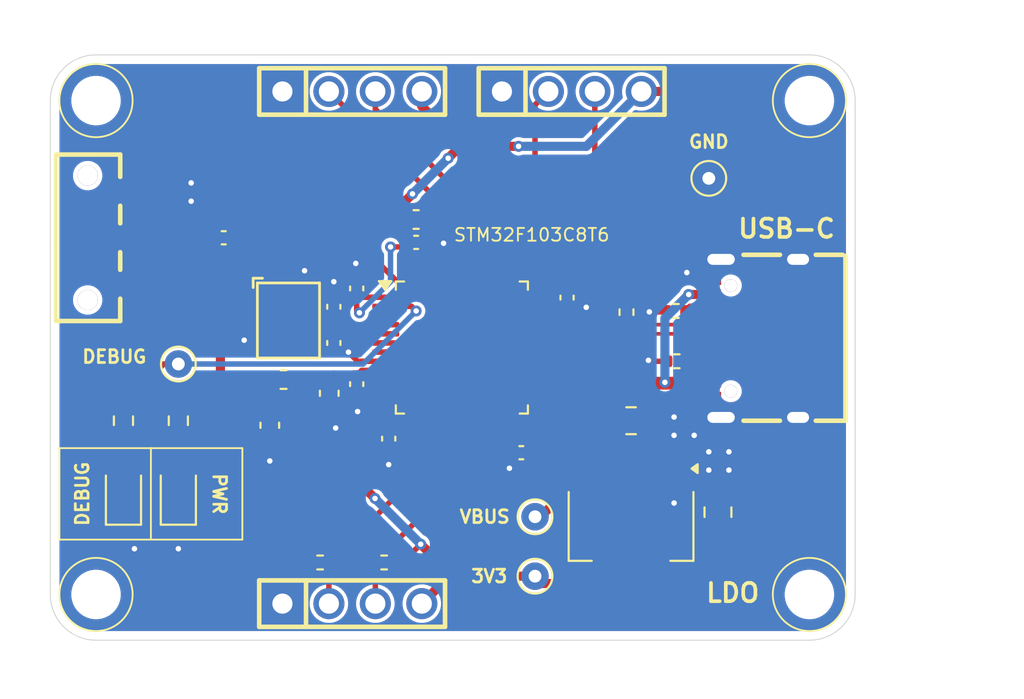
<source format=kicad_pcb>
(kicad_pcb (version 20241229) (generator "pcbnew") (generator_version "9.0")
  (layers (0 "F.Cu" signal) (2 "B.Cu" power) (13 "F.Paste" user) (15 "B.Paste" user) (5 "F.SilkS" user "F.Silkscreen") (7 "B.SilkS" user "B.Silkscreen") (1 "F.Mask" user) (3 "B.Mask" user) (25 "Edge.Cuts" user))
  (net 0 "")
  (net 1 "+3V3")
  (net 2 "GND")
  (net 3 "3V3A")
  (net 4 "/NRST")
  (net 5 "/HSE_IN")
  (net 6 "/HSE_OUT")
  (net 7 "VBUS")
  (net 8 "/PWR_LED")
  (net 9 "/DEBUG_LED")
  (net 10 "/SWDIO")
  (net 11 "/SWCLK")
  (net 12 "/USART_RX")
  (net 13 "/USART_TX")
  (net 14 "/I2C2_SDA")
  (net 15 "/I2C2_SCL")
  (net 16 "/BOOT0")
  (net 17 "/SW_BOOT0")
  (net 18 "Net-(J1-CC1)")
  (net 19 "Net-(J1-CC2)")
  (net 20 "/USB_D+")
  (net 21 "DEBUG")
  (net 24 "/USB_D-")
  (footprint "Package_QFP:LQFP-48_7x7mm_P0.5mm" (layer "F.Cu") (at 148.5 105)
    (property "Reference" "U2" (hide yes))
    (property "Value" "STM32F103C8T6")
    (pad "1" smd roundrect (at -4.1625 -2.75) (size 1.475 0.3) (layers "F.Cu" "F.Mask" "F.Paste") (net 1 "+3V3"))
    (pad "2" smd roundrect (at -4.1625 -2.25) (size 1.475 0.3) (layers "F.Cu" "F.Mask" "F.Paste") (net 21 "DEBUG"))
    (pad "3" smd roundrect (at -4.1625 -1.75) (size 1.475 0.3) (layers "F.Cu" "F.Mask" "F.Paste"))
    (pad "4" smd roundrect (at -4.1625 -1.25) (size 1.475 0.3) (layers "F.Cu" "F.Mask" "F.Paste"))
    (pad "5" smd roundrect (at -4.1625 -0.75) (size 1.475 0.3) (layers "F.Cu" "F.Mask" "F.Paste") (net 5 "/HSE_IN"))
    (pad "6" smd roundrect (at -4.1625 -0.25) (size 1.475 0.3) (layers "F.Cu" "F.Mask" "F.Paste") (net 6 "/HSE_OUT"))
    (pad "7" smd roundrect (at -4.1625 0.25) (size 1.475 0.3) (layers "F.Cu" "F.Mask" "F.Paste") (net 4 "/NRST"))
    (pad "8" smd roundrect (at -4.1625 0.75) (size 1.475 0.3) (layers "F.Cu" "F.Mask" "F.Paste") (net 2 "GND"))
    (pad "9" smd roundrect (at -4.1625 1.25) (size 1.475 0.3) (layers "F.Cu" "F.Mask" "F.Paste") (net 3 "3V3A"))
    (pad "10" smd roundrect (at -4.1625 1.75) (size 1.475 0.3) (layers "F.Cu" "F.Mask" "F.Paste"))
    (pad "11" smd roundrect (at -4.1625 2.25) (size 1.475 0.3) (layers "F.Cu" "F.Mask" "F.Paste"))
    (pad "12" smd roundrect (at -4.1625 2.75) (size 1.475 0.3) (layers "F.Cu" "F.Mask" "F.Paste"))
    (pad "13" smd roundrect (at -2.75 4.1625) (size 0.3 1.475) (layers "F.Cu" "F.Mask" "F.Paste"))
    (pad "14" smd roundrect (at -2.25 4.1625) (size 0.3 1.475) (layers "F.Cu" "F.Mask" "F.Paste"))
    (pad "15" smd roundrect (at -1.75 4.1625) (size 0.3 1.475) (layers "F.Cu" "F.Mask" "F.Paste"))
    (pad "16" smd roundrect (at -1.25 4.1625) (size 0.3 1.475) (layers "F.Cu" "F.Mask" "F.Paste"))
    (pad "17" smd roundrect (at -0.75 4.1625) (size 0.3 1.475) (layers "F.Cu" "F.Mask" "F.Paste"))
    (pad "18" smd roundrect (at -0.25 4.1625) (size 0.3 1.475) (layers "F.Cu" "F.Mask" "F.Paste"))
    (pad "19" smd roundrect (at 0.25 4.1625) (size 0.3 1.475) (layers "F.Cu" "F.Mask" "F.Paste"))
    (pad "20" smd roundrect (at 0.75 4.1625) (size 0.3 1.475) (layers "F.Cu" "F.Mask" "F.Paste"))
    (pad "21" smd roundrect (at 1.25 4.1625) (size 0.3 1.475) (layers "F.Cu" "F.Mask" "F.Paste") (net 15 "/I2C2_SCL"))
    (pad "22" smd roundrect (at 1.75 4.1625) (size 0.3 1.475) (layers "F.Cu" "F.Mask" "F.Paste") (net 14 "/I2C2_SDA"))
    (pad "23" smd roundrect (at 2.25 4.1625) (size 0.3 1.475) (layers "F.Cu" "F.Mask" "F.Paste") (net 2 "GND"))
    (pad "24" smd roundrect (at 2.75 4.1625) (size 0.3 1.475) (layers "F.Cu" "F.Mask" "F.Paste") (net 1 "+3V3"))
    (pad "25" smd roundrect (at 4.1625 2.75) (size 1.475 0.3) (layers "F.Cu" "F.Mask" "F.Paste"))
    (pad "26" smd roundrect (at 4.1625 2.25) (size 1.475 0.3) (layers "F.Cu" "F.Mask" "F.Paste"))
    (pad "27" smd roundrect (at 4.1625 1.75) (size 1.475 0.3) (layers "F.Cu" "F.Mask" "F.Paste"))
    (pad "28" smd roundrect (at 4.1625 1.25) (size 1.475 0.3) (layers "F.Cu" "F.Mask" "F.Paste"))
    (pad "29" smd roundrect (at 4.1625 0.75) (size 1.475 0.3) (layers "F.Cu" "F.Mask" "F.Paste"))
    (pad "30" smd roundrect (at 4.1625 0.25) (size 1.475 0.3) (layers "F.Cu" "F.Mask" "F.Paste"))
    (pad "31" smd roundrect (at 4.1625 -0.25) (size 1.475 0.3) (layers "F.Cu" "F.Mask" "F.Paste"))
    (pad "32" smd roundrect (at 4.1625 -0.75) (size 1.475 0.3) (layers "F.Cu" "F.Mask" "F.Paste") (net 24 "/USB_D-"))
    (pad "33" smd roundrect (at 4.1625 -1.25) (size 1.475 0.3) (layers "F.Cu" "F.Mask" "F.Paste") (net 20 "/USB_D+"))
    (pad "34" smd roundrect (at 4.1625 -1.75) (size 1.475 0.3) (layers "F.Cu" "F.Mask" "F.Paste") (net 10 "/SWDIO"))
    (pad "35" smd roundrect (at 4.1625 -2.25) (size 1.475 0.3) (layers "F.Cu" "F.Mask" "F.Paste") (net 2 "GND"))
    (pad "36" smd roundrect (at 4.1625 -2.75) (size 1.475 0.3) (layers "F.Cu" "F.Mask" "F.Paste") (net 1 "+3V3"))
    (pad "37" smd roundrect (at 2.75 -4.1625) (size 0.3 1.475) (layers "F.Cu" "F.Mask" "F.Paste") (net 11 "/SWCLK"))
    (pad "38" smd roundrect (at 2.25 -4.1625) (size 0.3 1.475) (layers "F.Cu" "F.Mask" "F.Paste"))
    (pad "39" smd roundrect (at 1.75 -4.1625) (size 0.3 1.475) (layers "F.Cu" "F.Mask" "F.Paste"))
    (pad "40" smd roundrect (at 1.25 -4.1625) (size 0.3 1.475) (layers "F.Cu" "F.Mask" "F.Paste"))
    (pad "41" smd roundrect (at 0.75 -4.1625) (size 0.3 1.475) (layers "F.Cu" "F.Mask" "F.Paste"))
    (pad "42" smd roundrect (at 0.25 -4.1625) (size 0.3 1.475) (layers "F.Cu" "F.Mask" "F.Paste") (net 13 "/USART_TX"))
    (pad "43" smd roundrect (at -0.25 -4.1625) (size 0.3 1.475) (layers "F.Cu" "F.Mask" "F.Paste") (net 12 "/USART_RX"))
    (pad "44" smd roundrect (at -0.75 -4.1625) (size 0.3 1.475) (layers "F.Cu" "F.Mask" "F.Paste") (net 16 "/BOOT0"))
    (pad "45" smd roundrect (at -1.25 -4.1625) (size 0.3 1.475) (layers "F.Cu" "F.Mask" "F.Paste"))
    (pad "46" smd roundrect (at -1.75 -4.1625) (size 0.3 1.475) (layers "F.Cu" "F.Mask" "F.Paste"))
    (pad "47" smd roundrect (at -2.25 -4.1625) (size 0.3 1.475) (layers "F.Cu" "F.Mask" "F.Paste") (net 2 "GND"))
    (pad "48" smd roundrect (at -2.75 -4.1625) (size 0.3 1.475) (layers "F.Cu" "F.Mask" "F.Paste") (net 1 "+3V3"))
  )
  (footprint "Capacitor_SMD:C_0402_1005Metric" (layer "F.Cu") (at 146 99.25)
    (property "Reference" "C3" (hide yes))
    (property "Value" "100n")
    (pad "1" smd roundrect (at -0.48 0) (size 0.56 0.62) (layers "F.Cu" "F.Mask" "F.Paste") (net 1 "+3V3"))
    (pad "2" smd roundrect (at 0.48 0) (size 0.56 0.62) (layers "F.Cu" "F.Mask" "F.Paste") (net 2 "GND"))
  )
  (footprint "MountingHole:MountingHole_2.2mm_M2" (layer "F.Cu") (at 167.5 91.5)
    (property "Reference" "H2" (hide yes))
    (property "Value" "MountingHole")
    (pad "" np_thru_hole circle (at 0 0) (size 2.2 2.2) (drill 2.2) (layers "*.Cu" "*.Mask"))
  )
  (footprint "MountingHole:MountingHole_2.2mm_M2" (layer "F.Cu") (at 128.5 118.5)
    (property "Reference" "H4" (hide yes))
    (property "Value" "MountingHole")
    (pad "" np_thru_hole circle (at 0 0) (size 2.2 2.2) (drill 2.2) (layers "*.Cu" "*.Mask"))
  )
  (footprint "TestPoint:TestPoint_THTPad_D1.5mm_Drill0.7mm" (layer "F.Cu") (at 162 95.75)
    (property "Reference" "TP4" (hide yes))
    (property "Value" "TestPoint")
    (pad "1" thru_hole circle (at 0 0) (size 1.5 1.5) (drill 0.7) (layers "*.Cu" "*.Mask") (net 2 "GND"))
  )
  (footprint "Resistor_SMD:R_0402_1005Metric" (layer "F.Cu") (at 160.25 105.75)
    (property "Reference" "R2" (hide yes))
    (property "Value" "5k1")
    (pad "1" smd roundrect (at -0.51 0) (size 0.54 0.64) (layers "F.Cu" "F.Mask" "F.Paste") (net 2 "GND"))
    (pad "2" smd roundrect (at 0.51 0) (size 0.54 0.64) (layers "F.Cu" "F.Mask" "F.Paste") (net 18 "Net-(J1-CC1)"))
  )
  (footprint "Capacitor_SMD:C_0402_1005Metric" (layer "F.Cu") (at 142.75 107 -90)
    (property "Reference" "C6" (hide yes))
    (property "Value" "10n")
    (pad "1" smd roundrect (at -0.48 0 270) (size 0.56 0.62) (layers "F.Cu" "F.Mask" "F.Paste") (net 3 "3V3A"))
    (pad "2" smd roundrect (at 0.48 0 270) (size 0.56 0.62) (layers "F.Cu" "F.Mask" "F.Paste") (net 2 "GND"))
  )
  (footprint "LED_SMD:LED_0805_2012Metric" (layer "F.Cu") (at 130 113 90)
    (property "Reference" "D2" (hide yes))
    (property "Value" "YELLOW")
    (pad "1" smd roundrect (at -0.9375 0 90) (size 0.975 1.4) (layers "F.Cu" "F.Mask" "F.Paste") (net 2 "GND"))
    (pad "2" smd roundrect (at 0.9375 0 90) (size 0.975 1.4) (layers "F.Cu" "F.Mask" "F.Paste") (net 9 "/DEBUG_LED"))
  )
  (footprint "Capacitor_SMD:C_0603_1608Metric" (layer "F.Cu") (at 141.25 107.5 -90)
    (property "Reference" "C7" (hide yes))
    (property "Value" "1u")
    (pad "1" smd roundrect (at -0.775 0 270) (size 0.9 0.95) (layers "F.Cu" "F.Mask" "F.Paste") (net 3 "3V3A"))
    (pad "2" smd roundrect (at 0.775 0 270) (size 0.9 0.95) (layers "F.Cu" "F.Mask" "F.Paste") (net 2 "GND"))
  )
  (footprint "Resistor_SMD:R_0402_1005Metric" (layer "F.Cu") (at 144.25 116.75)
    (property "Reference" "R7" (hide yes))
    (property "Value" "1k5")
    (pad "1" smd roundrect (at -0.51 0) (size 0.54 0.64) (layers "F.Cu" "F.Mask" "F.Paste") (net 14 "/I2C2_SDA"))
    (pad "2" smd roundrect (at 0.51 0) (size 0.54 0.64) (layers "F.Cu" "F.Mask" "F.Paste") (net 1 "+3V3"))
  )
  (footprint "Package_TO_SOT_SMD:SOT-223-3_TabPin2" (layer "F.Cu") (at 157.75 114.75 -90)
    (property "Reference" "U1" (hide yes))
    (property "Value" "AMS1117-3.3")
    (pad "1" smd roundrect (at -3.15 -2.3 270) (size 2 1.5) (layers "F.Cu" "F.Mask" "F.Paste") (net 2 "GND"))
    (pad "2" smd roundrect (at -3.15 0 270) (size 2 1.5) (layers "F.Cu" "F.Mask" "F.Paste") (net 1 "+3V3"))
    (pad "2" smd roundrect (at 3.15 0 270) (size 2 3.8) (layers "F.Cu" "F.Mask" "F.Paste") (net 1 "+3V3"))
    (pad "3" smd roundrect (at -3.15 2.3 270) (size 2 1.5) (layers "F.Cu" "F.Mask" "F.Paste") (net 7 "VBUS"))
  )
  (footprint "libs:HDR-TH_4P-P2.54-V-M" (layer "F.Cu") (at 154.5 91)
    (property "Reference" "J2" (hide yes))
    (property "Value" "Conn_01x04_Pin")
    (pad "1" thru_hole rect (at -3.81 0) (size 1.7 1.7) (drill 1.100023) (layers "*.Cu" "*.Mask") (net 2 "GND"))
    (pad "2" thru_hole circle (at -1.27 0) (size 1.7 1.7) (drill 1.100023) (layers "*.Cu" "*.Mask") (net 11 "/SWCLK"))
    (pad "3" thru_hole circle (at 1.27 0) (size 1.7 1.7) (drill 1.100023) (layers "*.Cu" "*.Mask") (net 10 "/SWDIO"))
    (pad "4" thru_hole circle (at 3.81 0) (size 1.7 1.7) (drill 1.100023) (layers "*.Cu" "*.Mask") (net 1 "+3V3"))
  )
  (footprint "libs:HDR-TH_4P-P2.54-V-M" (layer "F.Cu") (at 142.5 119)
    (property "Reference" "J4" (hide yes))
    (property "Value" "Conn_01x04_Pin")
    (pad "1" thru_hole rect (at -3.81 0) (size 1.7 1.7) (drill 1.100023) (layers "*.Cu" "*.Mask") (net 2 "GND"))
    (pad "2" thru_hole circle (at -1.27 0) (size 1.7 1.7) (drill 1.100023) (layers "*.Cu" "*.Mask") (net 15 "/I2C2_SCL"))
    (pad "3" thru_hole circle (at 1.27 0) (size 1.7 1.7) (drill 1.100023) (layers "*.Cu" "*.Mask") (net 14 "/I2C2_SDA"))
    (pad "4" thru_hole circle (at 3.81 0) (size 1.7 1.7) (drill 1.100023) (layers "*.Cu" "*.Mask") (net 1 "+3V3"))
  )
  (footprint "Capacitor_SMD:C_0402_1005Metric" (layer "F.Cu") (at 151.75 110.75 180)
    (property "Reference" "C2" (hide yes))
    (property "Value" "100n")
    (pad "1" smd roundrect (at -0.48 0 180) (size 0.56 0.62) (layers "F.Cu" "F.Mask" "F.Paste") (net 1 "+3V3"))
    (pad "2" smd roundrect (at 0.48 0 180) (size 0.56 0.62) (layers "F.Cu" "F.Mask" "F.Paste") (net 2 "GND"))
  )
  (footprint "Resistor_SMD:R_0603_1608Metric" (layer "F.Cu") (at 133 109 -90)
    (property "Reference" "R5" (hide yes))
    (property "Value" "470R")
    (pad "1" smd roundrect (at -0.825 0 270) (size 0.8 0.95) (layers "F.Cu" "F.Mask" "F.Paste") (net 1 "+3V3"))
    (pad "2" smd roundrect (at 0.825 0 270) (size 0.8 0.95) (layers "F.Cu" "F.Mask" "F.Paste") (net 8 "/PWR_LED"))
  )
  (footprint "Capacitor_SMD:C_0603_1608Metric" (layer "F.Cu") (at 138 109.25 -90)
    (property "Reference" "C8" (hide yes))
    (property "Value" "1u")
    (pad "1" smd roundrect (at -0.775 0 270) (size 0.9 0.95) (layers "F.Cu" "F.Mask" "F.Paste") (net 1 "+3V3"))
    (pad "2" smd roundrect (at 0.775 0 270) (size 0.9 0.95) (layers "F.Cu" "F.Mask" "F.Paste") (net 2 "GND"))
  )
  (footprint "Capacitor_SMD:C_0402_1005Metric" (layer "F.Cu") (at 141.5 104.75 -90)
    (property "Reference" "C11" (hide yes))
    (property "Value" "10p")
    (pad "1" smd roundrect (at -0.48 0 270) (size 0.56 0.62) (layers "F.Cu" "F.Mask" "F.Paste") (net 6 "/HSE_OUT"))
    (pad "2" smd roundrect (at 0.48 0 270) (size 0.56 0.62) (layers "F.Cu" "F.Mask" "F.Paste") (net 2 "GND"))
  )
  (footprint "Capacitor_SMD:C_0603_1608Metric" (layer "F.Cu") (at 146 98)
    (property "Reference" "C5" (hide yes))
    (property "Value" "10u")
    (pad "1" smd roundrect (at -0.775 0) (size 0.9 0.95) (layers "F.Cu" "F.Mask" "F.Paste") (net 1 "+3V3"))
    (pad "2" smd roundrect (at 0.775 0) (size 0.9 0.95) (layers "F.Cu" "F.Mask" "F.Paste") (net 2 "GND"))
  )
  (footprint "Capacitor_SMD:C_0805_2012Metric" (layer "F.Cu") (at 157.75 109)
    (property "Reference" "C12" (hide yes))
    (property "Value" "22u")
    (pad "1" smd roundrect (at -0.95 0) (size 1 1.45) (layers "F.Cu" "F.Mask" "F.Paste") (net 7 "VBUS"))
    (pad "2" smd roundrect (at 0.95 0) (size 1 1.45) (layers "F.Cu" "F.Mask" "F.Paste") (net 2 "GND"))
  )
  (footprint "Resistor_SMD:R_0402_1005Metric" (layer "F.Cu") (at 157.5 103.065 90)
    (property "Reference" "R4" (hide yes))
    (property "Value" "1k5")
    (pad "1" smd roundrect (at -0.51 0 90) (size 0.54 0.64) (layers "F.Cu" "F.Mask" "F.Paste") (net 20 "/USB_D+"))
    (pad "2" smd roundrect (at 0.51 0 90) (size 0.54 0.64) (layers "F.Cu" "F.Mask" "F.Paste") (net 1 "+3V3"))
  )
  (footprint "Capacitor_SMD:C_0805_2012Metric" (layer "F.Cu") (at 162.5 114 90)
    (property "Reference" "C13" (hide yes))
    (property "Value" "22u")
    (pad "1" smd roundrect (at -0.95 0 90) (size 1 1.45) (layers "F.Cu" "F.Mask" "F.Paste") (net 1 "+3V3"))
    (pad "2" smd roundrect (at 0.95 0 90) (size 1 1.45) (layers "F.Cu" "F.Mask" "F.Paste") (net 2 "GND"))
  )
  (footprint "TestPoint:TestPoint_THTPad_D1.5mm_Drill0.7mm" (layer "F.Cu") (at 152.5 117.5)
    (property "Reference" "TP2" (hide yes))
    (property "Value" "TestPoint")
    (pad "1" thru_hole circle (at 0 0) (size 1.5 1.5) (drill 0.7) (layers "*.Cu" "*.Mask") (net 1 "+3V3"))
  )
  (footprint "libs:SW-SMD_K3-1280S-K1" (layer "F.Cu") (at 131.4525 99 180)
    (property "Reference" "SW1" (hide yes))
    (property "Value" "SW_SPDT")
    (pad "" thru_hole circle (at 3.41 -3.4 180) (size 1.1 1.1) (drill 1.1) (layers "*.Cu" "*.Mask"))
    (pad "" thru_hole circle (at 3.41 3.4 180) (size 1.1 1.1) (drill 1.1) (layers "*.Cu" "*.Mask"))
    (pad "1" smd rect (at 0 -2.5 180) (size 2.7 1.2) (layers "F.Cu" "F.Mask" "F.Paste") (net 1 "+3V3"))
    (pad "2" smd rect (at 0 0 180) (size 2.7 1.2) (layers "F.Cu" "F.Mask" "F.Paste") (net 17 "/SW_BOOT0"))
    (pad "3" smd rect (at 0 2.5 180) (size 2.7 1.2) (layers "F.Cu" "F.Mask" "F.Paste") (net 2 "GND"))
  )
  (footprint "MountingHole:MountingHole_2.2mm_M2" (layer "F.Cu") (at 167.5 118.5)
    (property "Reference" "H3" (hide yes))
    (property "Value" "MountingHole")
    (pad "" np_thru_hole circle (at 0 0) (size 2.2 2.2) (drill 2.2) (layers "*.Cu" "*.Mask"))
  )
  (footprint "Capacitor_SMD:C_0402_1005Metric" (layer "F.Cu") (at 144.5 109.98 -90)
    (property "Reference" "C9" (hide yes))
    (property "Value" "100n")
    (pad "1" smd roundrect (at -0.48 0 270) (size 0.56 0.62) (layers "F.Cu" "F.Mask" "F.Paste") (net 4 "/NRST"))
    (pad "2" smd roundrect (at 0.48 0 270) (size 0.56 0.62) (layers "F.Cu" "F.Mask" "F.Paste") (net 2 "GND"))
  )
  (footprint "Resistor_SMD:R_0402_1005Metric" (layer "F.Cu") (at 140.75 116.75 180)
    (property "Reference" "R8" (hide yes))
    (property "Value" "1k5")
    (pad "1" smd roundrect (at -0.51 0 180) (size 0.54 0.64) (layers "F.Cu" "F.Mask" "F.Paste") (net 15 "/I2C2_SCL"))
    (pad "2" smd roundrect (at 0.51 0 180) (size 0.54 0.64) (layers "F.Cu" "F.Mask" "F.Paste") (net 1 "+3V3"))
  )
  (footprint "Resistor_SMD:R_0603_1608Metric" (layer "F.Cu") (at 130 109 -90)
    (property "Reference" "R6" (hide yes))
    (property "Value" "1k")
    (pad "1" smd roundrect (at -0.825 0 270) (size 0.8 0.95) (layers "F.Cu" "F.Mask" "F.Paste") (net 21 "DEBUG"))
    (pad "2" smd roundrect (at 0.825 0 270) (size 0.8 0.95) (layers "F.Cu" "F.Mask" "F.Paste") (net 9 "/DEBUG_LED"))
  )
  (footprint "Capacitor_SMD:C_0402_1005Metric" (layer "F.Cu") (at 154.25 102.27 -90)
    (property "Reference" "C1" (hide yes))
    (property "Value" "100n")
    (pad "1" smd roundrect (at -0.48 0 270) (size 0.56 0.62) (layers "F.Cu" "F.Mask" "F.Paste") (net 1 "+3V3"))
    (pad "2" smd roundrect (at 0.48 0 270) (size 0.56 0.62) (layers "F.Cu" "F.Mask" "F.Paste") (net 2 "GND"))
  )
  (footprint "Resistor_SMD:R_0402_1005Metric" (layer "F.Cu") (at 160.2 103)
    (property "Reference" "R3" (hide yes))
    (property "Value" "5k1")
    (pad "1" smd roundrect (at -0.51 0) (size 0.54 0.64) (layers "F.Cu" "F.Mask" "F.Paste") (net 2 "GND"))
    (pad "2" smd roundrect (at 0.51 0) (size 0.54 0.64) (layers "F.Cu" "F.Mask" "F.Paste") (net 19 "Net-(J1-CC2)"))
  )
  (footprint "Capacitor_SMD:C_0402_1005Metric" (layer "F.Cu") (at 142.75 101.77 90)
    (property "Reference" "C4" (hide yes))
    (property "Value" "100n")
    (pad "1" smd roundrect (at -0.48 0 90) (size 0.56 0.62) (layers "F.Cu" "F.Mask" "F.Paste") (net 1 "+3V3"))
    (pad "2" smd roundrect (at 0.48 0 90) (size 0.56 0.62) (layers "F.Cu" "F.Mask" "F.Paste") (net 2 "GND"))
  )
  (footprint "libs:USB-C-SMD_TYPE-C-6PIN-2MD-073" (layer "F.Cu") (at 164.5 104.5 90)
    (property "Reference" "J1" (hide yes))
    (property "Value" "USB_C_Receptacle_USB2.0_16P" (hide yes))
    (pad "" thru_hole circle (at -2.89 -1.3 90) (size 0.7 0.7) (drill 0.7) (layers "*.Cu" "*.Mask"))
    (pad "" thru_hole circle (at 2.89 -1.3 90) (size 0.7 0.7) (drill 0.7) (layers "*.Cu" "*.Mask"))
    (pad "A1" smd rect (at -3.2 -2.38 90) (size 0.55 1.1) (layers "F.Cu" "F.Mask" "F.Paste") (net 2 "GND"))
    (pad "A4" smd rect (at -2.4 -2.38 90) (size 0.55 1.1) (layers "F.Cu" "F.Mask" "F.Paste") (net 7 "VBUS"))
    (pad "A5" smd rect (at -1.25 -2.38 90) (size 0.3 1.1) (layers "F.Cu" "F.Mask" "F.Paste") (net 18 "Net-(J1-CC1)"))
    (pad "A6" smd rect (at -0.25 -2.38 90) (size 0.3 1.1) (layers "F.Cu" "F.Mask" "F.Paste") (net 20 "/USB_D+"))
    (pad "A7" smd rect (at -0.75 -2.38 90) (size 0.3 1.1) (layers "F.Cu" "F.Mask" "F.Paste") (net 24 "/USB_D-"))
    (pad "A8" smd rect (at 1.25 -2.38 90) (size 0.3 1.1) (layers "F.Cu" "F.Mask" "F.Paste"))
    (pad "A9" smd rect (at -2.4 -2.38 90) (size 0.55 1.1) (layers "F.Cu" "F.Mask" "F.Paste") (net 7 "VBUS"))
    (pad "A12" smd rect (at -3.2 -2.38 90) (size 0.55 1.1) (layers "F.Cu" "F.Mask" "F.Paste") (net 2 "GND"))
    (pad "B1" smd rect (at 3.2 -2.38 90) (size 0.55 1.1) (layers "F.Cu" "F.Mask" "F.Paste") (net 2 "GND"))
    (pad "B4" smd rect (at 2.4 -2.38 90) (size 0.55 1.1) (layers "F.Cu" "F.Mask" "F.Paste") (net 7 "VBUS"))
    (pad "B5" smd rect (at 1.75 -2.38 90) (size 0.3 1.1) (layers "F.Cu" "F.Mask" "F.Paste") (net 19 "Net-(J1-CC2)"))
    (pad "B6" smd rect (at 0.75 -2.38 90) (size 0.3 1.1) (layers "F.Cu" "F.Mask" "F.Paste") (net 20 "/USB_D+"))
    (pad "B7" smd rect (at 0.25 -2.38 90) (size 0.3 1.1) (layers "F.Cu" "F.Mask" "F.Paste") (net 24 "/USB_D-"))
    (pad "B8" smd rect (at -1.75 -2.38 90) (size 0.3 1.1) (layers "F.Cu" "F.Mask" "F.Paste"))
    (pad "B9" smd rect (at 2.4 -2.38 90) (size 0.55 1.1) (layers "F.Cu" "F.Mask" "F.Paste") (net 7 "VBUS"))
    (pad "B12" smd rect (at 3.2 -2.38 90) (size 0.55 1.1) (layers "F.Cu" "F.Mask" "F.Paste") (net 2 "GND"))
    (pad "S1" thru_hole oval (at -4.32 -1.83 90) (size 1.1 2) (drill oval 0.599999 1.499997) (layers "*.Cu" "*.Mask") (net 2 "GND"))
    (pad "S1" thru_hole oval (at -4.32 2.38 90) (size 1.2 1.8) (drill oval 0.599999 1.199998) (layers "*.Cu" "*.Mask") (net 2 "GND"))
    (pad "S1" thru_hole oval (at 4.32 -1.83 90) (size 1.1 2) (drill oval 0.599999 1.500022) (layers "*.Cu" "*.Mask") (net 2 "GND"))
    (pad "S1" thru_hole oval (at 4.32 2.38 90) (size 1.2 1.8) (drill oval 0.599999 1.199998) (layers "*.Cu" "*.Mask") (net 2 "GND"))
  )
  (footprint "MountingHole:MountingHole_2.2mm_M2" (layer "F.Cu") (at 128.5 91.5)
    (property "Reference" "H1" (hide yes))
    (property "Value" "MountingHole")
    (pad "" np_thru_hole circle (at 0 0) (size 2.2 2.2) (drill 2.2) (layers "*.Cu" "*.Mask"))
  )
  (footprint "TestPoint:TestPoint_THTPad_D1.5mm_Drill0.7mm" (layer "F.Cu") (at 133 105.9)
    (property "Reference" "TP1" (hide yes))
    (property "Value" "TestPoint")
    (pad "1" thru_hole circle (at 0 0) (size 1.5 1.5) (drill 0.7) (layers "*.Cu" "*.Mask") (net 21 "DEBUG"))
  )
  (footprint "Capacitor_SMD:C_0402_1005Metric" (layer "F.Cu") (at 135.48 99)
    (property "Reference" "R1" (hide yes))
    (property "Value" "10k")
    (pad "1" smd roundrect (at -0.48 0) (size 0.56 0.62) (layers "F.Cu" "F.Mask" "F.Paste") (net 17 "/SW_BOOT0"))
    (pad "2" smd roundrect (at 0.48 0) (size 0.56 0.62) (layers "F.Cu" "F.Mask" "F.Paste") (net 16 "/BOOT0"))
  )
  (footprint "LED_SMD:LED_0805_2012Metric" (layer "F.Cu") (at 133 113 90)
    (property "Reference" "D1" (hide yes))
    (property "Value" "GREEN")
    (pad "1" smd roundrect (at -0.9375 0 90) (size 0.975 1.4) (layers "F.Cu" "F.Mask" "F.Paste") (net 2 "GND"))
    (pad "2" smd roundrect (at 0.9375 0 90) (size 0.975 1.4) (layers "F.Cu" "F.Mask" "F.Paste") (net 8 "/PWR_LED"))
  )
  (footprint "TestPoint:TestPoint_THTPad_D1.5mm_Drill0.7mm" (layer "F.Cu") (at 152.5 114.25)
    (property "Reference" "TP3" (hide yes))
    (property "Value" "TestPoint")
    (pad "1" thru_hole circle (at 0 0) (size 1.5 1.5) (drill 0.7) (layers "*.Cu" "*.Mask") (net 7 "VBUS"))
  )
  (footprint "libs:OSC-SMD_4P-L3.2-W2.5-BL" (layer "F.Cu") (at 139 103.5 -90)
    (property "Reference" "Y1" (hide yes))
    (property "Value" "16MHz")
    (pad "1" smd rect (at -1.1 0.88 270) (size 1.4 1.2) (layers "F.Cu" "F.Mask" "F.Paste") (net 5 "/HSE_IN"))
    (pad "2" smd rect (at 1.1 0.88 270) (size 1.4 1.2) (layers "F.Cu" "F.Mask" "F.Paste") (net 2 "GND"))
    (pad "3" smd rect (at 1.1 -0.88 270) (size 1.4 1.2) (layers "F.Cu" "F.Mask" "F.Paste") (net 6 "/HSE_OUT"))
    (pad "4" smd rect (at -1.1 -0.88 270) (size 1.4 1.2) (layers "F.Cu" "F.Mask" "F.Paste") (net 2 "GND"))
  )
  (footprint "Capacitor_SMD:C_0402_1005Metric" (layer "F.Cu") (at 141.5 102.77 90)
    (property "Reference" "C10" (hide yes))
    (property "Value" "10p")
    (pad "1" smd roundrect (at -0.48 0 90) (size 0.56 0.62) (layers "F.Cu" "F.Mask" "F.Paste") (net 5 "/HSE_IN"))
    (pad "2" smd roundrect (at 0.48 0 90) (size 0.56 0.62) (layers "F.Cu" "F.Mask" "F.Paste") (net 2 "GND"))
  )
  (footprint "libs:HDR-TH_4P-P2.54-V-M" (layer "F.Cu") (at 142.5 91)
    (property "Reference" "J3" (hide yes))
    (property "Value" "Conn_01x04_Pin")
    (pad "1" thru_hole rect (at -3.81 0) (size 1.7 1.7) (drill 1.100023) (layers "*.Cu" "*.Mask") (net 2 "GND"))
    (pad "2" thru_hole circle (at -1.27 0) (size 1.7 1.7) (drill 1.100023) (layers "*.Cu" "*.Mask") (net 12 "/USART_RX"))
    (pad "3" thru_hole circle (at 1.27 0) (size 1.7 1.7) (drill 1.100023) (layers "*.Cu" "*.Mask") (net 13 "/USART_TX"))
    (pad "4" thru_hole circle (at 3.81 0) (size 1.7 1.7) (drill 1.100023) (layers "*.Cu" "*.Mask") (net 1 "+3V3"))
  )
  (footprint "Inductor_SMD:L_0603_1608Metric" (layer "F.Cu") (at 138.75 106.75 180)
    (property "Reference" "FB1" (hide yes))
    (property "Value" "120R @ 100MHz" (hide yes))
    (pad "1" smd roundrect (at -0.7875 0 180) (size 0.875 0.95) (layers "F.Cu" "F.Mask" "F.Paste") (net 3 "3V3A"))
    (pad "2" smd roundrect (at 0.7875 0 180) (size 0.875 0.95) (layers "F.Cu" "F.Mask" "F.Paste") (net 1 "+3V3"))
  )
  (gr_line (start 126.5 115.5) (end 131.5 115.5) (stroke (width 0.1)) (layer "F.SilkS"))
  (gr_line (start 131.5 110.5) (end 136.5 110.5) (stroke (width 0.1)) (layer "F.SilkS"))
  (gr_circle (center 167.5 91.5) (end 169.5 91.5) (stroke (width 0.1)) (fill no) (layer "F.SilkS"))
  (gr_line (start 131.5 115.5) (end 136.5 115.5) (stroke (width 0.1)) (layer "F.SilkS"))
  (gr_circle (center 128.5 91.5) (end 130.5 91.5) (stroke (width 0.1)) (fill no) (layer "F.SilkS"))
  (gr_circle (center 167.5 118.5) (end 169.5 118.5) (stroke (width 0.1)) (fill no) (layer "F.SilkS"))
  (gr_line (start 136.5 110.5) (end 136.5 115.5) (stroke (width 0.1)) (layer "F.SilkS"))
  (gr_line (start 131.5 110.5) (end 131.5 115.5) (stroke (width 0.1)) (layer "F.SilkS"))
  (gr_circle (center 128.5 118.5) (end 130.5 118.5) (stroke (width 0.1)) (fill no) (layer "F.SilkS"))
  (gr_line (start 126.5 110.5) (end 126.5 115.5) (stroke (width 0.1)) (layer "F.SilkS"))
  (gr_line (start 126.5 110.5) (end 131.5 110.5) (stroke (width 0.1)) (layer "F.SilkS"))
  (gr_arc (start 126 91.5) (mid 126.732233 89.732233) (end 128.5 89) (stroke (width 0.05)) (layer "Edge.Cuts"))
  (gr_line (start 167.5 89) (end 128.5 89) (stroke (width 0.05)) (layer "Edge.Cuts"))
  (gr_arc (start 170 118.5) (mid 169.267767 120.267767) (end 167.5 121) (stroke (width 0.05)) (layer "Edge.Cuts"))
  (gr_line (start 126 91.5) (end 126 118.5) (stroke (width 0.05)) (layer "Edge.Cuts"))
  (gr_line (start 170 118.5) (end 170 91.5) (stroke (width 0.05)) (layer "Edge.Cuts"))
  (gr_arc (start 128.5 121) (mid 126.732233 120.267767) (end 126 118.5) (stroke (width 0.05)) (layer "Edge.Cuts"))
  (gr_line (start 128.5 121) (end 167.5 121) (stroke (width 0.05)) (layer "Edge.Cuts"))
  (gr_arc (start 167.5 89) (mid 169.267767 89.732233) (end 170 91.5) (stroke (width 0.05)) (layer "Edge.Cuts"))
  (gr_text "VBUS" (at 149.75 114.25 0) (layer "F.SilkS") (effects (font (size 0.7 0.7) (thickness 0.15) (bold yes))))
  (gr_text "PWR" (at 135.25 113 270) (layer "F.SilkS") (effects (font (size 0.7 0.7) (thickness 0.15) (bold yes))))
  (gr_text "GND" (at 162 93.75 0) (layer "F.SilkS") (effects (font (size 0.7 0.7) (thickness 0.15) (bold yes))))
  (gr_text "DEBUG\n" (at 129.5 105.5 0) (layer "F.SilkS") (effects (font (size 0.7 0.7) (thickness 0.15) (bold yes))))
  (gr_text "LDO" (at 161.75 119 0) (layer "F.SilkS") (effects (font (size 1 1) (thickness 0.2) (bold yes)) (justify left bottom)))
  (gr_text "STM32F103C8T6" (at 148 99.25 0) (layer "F.SilkS") (effects (font (size 0.7 0.7) (thickness 0.1)) (justify left bottom)))
  (gr_text "DEBUG" (at 127.75 113 90) (layer "F.SilkS") (effects (font (size 0.7 0.7) (thickness 0.15) (bold yes))))
  (gr_text "USB-C" (at 166.25 98.5 0) (layer "F.SilkS") (effects (font (size 1 1) (thickness 0.2) (bold yes))))
  (gr_text "3V3" (at 150 117.5 0) (layer "F.SilkS") (effects (font (size 0.7 0.7) (thickness 0.15) (bold yes))))
  (segment (start 148.5 94) (end 149.31 94) (width 0.5) (layer "F.Cu") (net 1))
  (segment (start 142.75 102.25) (end 142.75 102.95) (width 0.3) (layer "F.Cu") (net 1))
  (segment (start 145.225 97.175) (end 145.8 96.6) (width 0.5) (layer "F.Cu") (net 1))
  (segment (start 138 106.7875) (end 137.9625 106.75) (width 0.5) (layer "F.Cu") (net 1))
  (segment (start 147.81 117.5) (end 147.81 117.31) (width 0.5) (layer "F.Cu") (net 1))
  (segment (start 142.75 102.95) (end 142.9 103.1) (width 0.3) (layer "F.Cu") (net 1))
  (segment (start 147.81 117.5) (end 150 117.5) (width 0.5) (layer "F.Cu") (net 1))
  (segment (start 150 117.5) (end 152.5 117.5) (width 0.5) (layer "F.Cu") (net 1))
  (segment (start 147.81 117.31) (end 146.25 115.75) (width 0.5) (layer "F.Cu") (net 1))
  (segment (start 154.25 101.79) (end 153.1225 101.79) (width 0.3) (layer "F.Cu") (net 1))
  (segment (start 137.175 108.475) (end 135.3 106.6) (width 0.5) (layer "F.Cu") (net 1))
  (segment (start 153.1225 101.79) (end 152.6625 102.25) (width 0.3) (layer "F.Cu") (net 1))
  (segment (start 152.23 110.75) (end 152.23 110.1425) (width 0.3) (layer "F.Cu") (net 1))
  (segment (start 138 108.475) (end 138 106.7875) (width 0.5) (layer "F.Cu") (net 1))
  (segment (start 165 112.45) (end 165 97.9) (width 0.5) (layer "F.Cu") (net 1))
  (segment (start 145.225 98) (end 145.225 98.955) (width 0.5) (layer "F.Cu") (net 1))
  (segment (start 140.24 115.16) (end 142.95 112.45) (width 0.3) (layer "F.Cu") (net 1))
  (segment (start 144.76 116.75) (end 145.25 116.75) (width 0.3) (layer "F.Cu") (net 1))
  (segment (start 144.3375 102.25) (end 142.75 102.25) (width 0.3) (layer "F.Cu") (net 1))
  (segment (start 158.6775 101.3775) (end 162.155 97.9) (width 0.3) (layer "F.Cu") (net 1))
  (segment (start 152.23 111.52) (end 150 113.75) (width 0.3) (layer "F.Cu") (net 1))
  (segment (start 145.75 99.48) (end 145.52 99.25) (width 0.3) (layer "F.Cu") (net 1))
  (segment (start 142.95 112.45) (end 138.975 108.475) (width 0.5) (layer "F.Cu") (net 1))
  (segment (start 152.23 110.1425) (end 151.25 109.1625) (width 0.3) (layer "F.Cu") (net 1))
  (segment (start 138 108.475) (end 137.175 108.475) (width 0.5) (layer "F.Cu") (net 1))
  (segment (start 150 113.75) (end 150 117.5) (width 0.3) (layer "F.Cu") (net 1))
  (segment (start 145.225 98.955) (end 145.52 99.25) (width 0.5) (layer "F.Cu") (net 1))
  (segment (start 133.725 108.175) (end 135.3 106.6) (width 0.3) (layer "F.Cu") (net 1))
  (segment (start 146.31 91.81) (end 148.5 94) (width 0.5) (layer "F.Cu") (net 1))
  (segment (start 157.5 102.555) (end 158.6775 101.3775) (width 0.3) (layer "F.Cu") (net 1))
  (segment (start 162.5 114.95) (end 165 112.45) (width 0.5) (layer "F.Cu") (net 1))
  (segment (start 140.24 116.75) (end 140.24 115.16) (width 0.3) (layer "F.Cu") (net 1))
  (segment (start 133.6 101.5) (end 131.4525 101.5) (width 0.5) (layer "F.Cu") (net 1))
  (segment (start 157.75 117.9) (end 152.9 117.9) (width 0.5) (layer "F.Cu") (net 1))
  (segment (start 146.31 91) (end 146.31 91.81) (width 0.5) (layer "F.Cu") (net 1))
  (segment (start 145.75 100.8375) (end 145.75 99.48) (width 0.3) (layer "F.Cu") (net 1))
  (segment (start 135.3 103.2) (end 133.6 101.5) (width 0.5) (layer "F.Cu") (net 1))
  (segment (start 147.75 94.65) (end 148.4 94) (width 0.5) (layer "F.Cu") (net 1))
  (segment (start 149.31 94) (end 151.6 94) (width 0.5) (layer "F.Cu") (net 1))
  (segment (start 152.23 110.75) (end 152.23 111.52) (width 0.3) (layer "F.Cu") (net 1))
  (segment (start 165 94.75) (end 161.25 91) (width 0.5) (layer "F.Cu") (net 1))
  (segment (start 145.25 116.75) (end 146.25 115.75) (width 0.3) (layer "F.Cu") (net 1))
  (segment (start 161.25 91) (end 158.31 91) (width 0.5) (layer "F.Cu") (net 1))
  (segment (start 145.27 99.5) (end 145.52 99.25) (width 0.3) (layer "F.Cu") (net 1))
  (segment (start 152.9 117.9) (end 152.5 117.5) (width 0.5) (layer "F.Cu") (net 1))
  (segment (start 145.225 98) (end 145.225 97.175) (width 0.5) (layer "F.Cu") (net 1))
  (segment (start 165 97.9) (end 165 94.75) (width 0.5) (layer "F.Cu") (net 1))
  (segment (start 146.31 119) (end 147.81 117.5) (width 0.5) (layer "F.Cu") (net 1))
  (segment (start 143.75 113.25) (end 142.95 112.45) (width 0.5) (layer "F.Cu") (net 1))
  (segment (start 162.155 97.9) (end 165 97.9) (width 0.3) (layer "F.Cu") (net 1))
  (segment (start 148.4 94) (end 149.31 94) (width 0.5) (layer "F.Cu") (net 1))
  (segment (start 135.3 106.6) (end 135.3 103.2) (width 0.5) (layer "F.Cu") (net 1))
  (segment (start 138.975 108.475) (end 138 108.475) (width 0.5) (layer "F.Cu") (net 1))
  (segment (start 144.6 99.5) (end 145.27 99.5) (width 0.3) (layer "F.Cu") (net 1))
  (segment (start 154.25 101.79) (end 158.265 101.79) (width 0.3) (layer "F.Cu") (net 1))
  (segment (start 133 108.175) (end 133.725 108.175) (width 0.3) (layer "F.Cu") (net 1))
  (segment (start 158.265 101.79) (end 158.6775 101.3775) (width 0.3) (layer "F.Cu") (net 1))
  (via (at 144.6 99.5) (size 0.6) (drill 0.3) (layers "F.Cu" "B.Cu") (net 1))
  (via (at 147.75 94.65) (size 0.6) (drill 0.3) (layers "F.Cu" "B.Cu") (net 1))
  (via (at 143.75 113.25) (size 0.6) (drill 0.3) (layers "F.Cu" "B.Cu") (net 1))
  (via (at 151.6 94) (size 0.6) (drill 0.3) (layers "F.Cu" "B.Cu") (net 1))
  (via (at 145.8 96.6) (size 0.6) (drill 0.3) (layers "F.Cu" "B.Cu") (net 1))
  (via (at 142.9 103.1) (size 0.6) (drill 0.3) (layers "F.Cu" "B.Cu") (net 1))
  (via (at 146.25 115.75) (size 0.6) (drill 0.3) (layers "F.Cu" "B.Cu") (net 1))
  (segment (start 151.6 94) (end 155.31 94) (width 0.5) (layer "B.Cu") (net 1))
  (segment (start 155.31 94) (end 158.31 91) (width 0.5) (layer "B.Cu") (net 1))
  (segment (start 146.25 115.75) (end 143.75 113.25) (width 0.5) (layer "B.Cu") (net 1))
  (segment (start 147.75 94.65) (end 145.8 96.6) (width 0.5) (layer "B.Cu") (net 1))
  (segment (start 142.9 103.1) (end 144.6 101.4) (width 0.3) (layer "B.Cu") (net 1))
  (segment (start 144.6 101.4) (end 144.6 99.5) (width 0.3) (layer "B.Cu") (net 1))
  (segment (start 151.27 111.43) (end 151.1 111.6) (width 0.3) (layer "F.Cu") (net 2))
  (segment (start 161.2 101.3) (end 160.8 100.9) (width 0.5) (layer "F.Cu") (net 2))
  (segment (start 142.8 105.75) (end 142.3 105.25) (width 0.3) (layer "F.Cu") (net 2))
  (segment (start 151.27 110.75) (end 151.27 111.43) (width 0.3) (layer "F.Cu") (net 2))
  (segment (start 155.25 102.75) (end 155.3 102.8) (width 0.3) (layer "F.Cu") (net 2))
  (segment (start 138 110.025) (end 138 111.2) (width 0.3) (layer "F.Cu") (net 2))
  (segment (start 130 115.4) (end 130.6 116) (width 0.3) (layer "F.Cu") (net 2))
  (segment (start 158.75 103.05) (end 159.64 103.05) (width 0.3) (layer "F.Cu") (net 2))
  (segment (start 154.25 102.75) (end 155.25 102.75) (width 0.3) (layer "F.Cu") (net 2))
  (segment (start 141.25 109.05) (end 141.6 109.4) (width 0.3) (layer "F.Cu") (net 2))
  (segment (start 159.74 105.75) (end 158.75 105.75) (width 0.3) (layer "F.Cu") (net 2))
  (segment (start 133 113.9375) (end 133 116) (width 0.3) (layer "F.Cu") (net 2))
  (segment (start 142.75 100.45) (end 142.7 100.4) (width 0.3) (layer "F.Cu") (net 2))
  (segment (start 162.12 101.3) (end 161.2 101.3) (width 0.5) (layer "F.Cu") (net 2))
  (segment (start 144.5 110.46) (end 144.5 111.4) (width 0.3) (layer "F.Cu") (net 2))
  (segment (start 146.48 99.25) (end 147.45 99.25) (width 0.3) (layer "F.Cu") (net 2))
  (segment (start 142.28 105.23) (end 142.3 105.25) (width 0.3) (layer "F.Cu") (net 2))
  (segment (start 142.75 101.29) (end 142.75 100.45) (width 0.3) (layer "F.Cu") (net 2))
  (segment (start 158.75 105.75) (end 158.7 105.7) (width 0.3) (layer "F.Cu") (net 2))
  (segment (start 162.12 108.27) (end 162.67 108.82) (width 0.5) (layer "F.Cu") (net 2))
  (segment (start 162.12 107.7) (end 162.12 108.27) (width 0.5) (layer "F.Cu") (net 2))
  (segment (start 152.6625 102.75) (end 154.25 102.75) (width 0.3) (layer "F.Cu") (net 2))
  (segment (start 147.45 99.25) (end 147.5 99.3) (width 0.3) (layer "F.Cu") (net 2))
  (segment (start 146.25 99.48) (end 146.48 99.25) (width 0.3) (layer "F.Cu") (net 2))
  (segment (start 144.3375 105.75) (end 142.8 105.75) (width 0.3) (layer "F.Cu") (net 2))
  (segment (start 146.775 98) (end 146.775 98.955) (width 0.5) (layer "F.Cu") (net 2))
  (segment (start 139.88 100.82) (end 139.9 100.8) (width 0.5) (layer "F.Cu") (net 2))
  (segment (start 142.75 108.45) (end 142.8 108.5) (width 0.3) (layer "F.Cu") (net 2))
  (segment (start 141.5 102.29) (end 141.5 101.4) (width 0.3) (layer "F.Cu") (net 2))
  (segment (start 141.5 105.23) (end 142.28 105.23) (width 0.3) (layer "F.Cu") (net 2))
  (segment (start 142.75 107.48) (end 142.75 108.45) (width 0.3) (layer "F.Cu") (net 2))
  (segment (start 146.775 98.955) (end 146.48 99.25) (width 0.5) (layer "F.Cu") (net 2))
  (segment (start 141.25 108.275) (end 141.25 109.05) (width 0.3) (layer "F.Cu") (net 2))
  (segment (start 139.88 102.4) (end 139.88 100.82) (width 0.5) (layer "F.Cu") (net 2))
  (segment (start 150.75 110.23) (end 151.27 110.75) (width 0.3) (layer "F.Cu") (net 2))
  (segment (start 130 113.9375) (end 130 115.4) (width 0.3) (layer "F.Cu") (net 2))
  (segment (start 138.12 104.6) (end 136.6 104.6) (width 0.5) (layer "F.Cu") (net 2))
  (segment (start 146.25 100.8375) (end 146.25 99.48) (width 0.3) (layer "F.Cu") (net 2))
  (segment (start 150.75 109.1625) (end 150.75 110.23) (width 0.3) (layer "F.Cu") (net 2))
  (segment (start 159.64 103.05) (end 159.69 103) (width 0.3) (layer "F.Cu") (net 2))
  (via (at 160.8 100.9) (size 0.6) (drill 0.3) (layers "F.Cu" "B.Cu") (net 2))
  (via (at 162 110.7) (size 0.6) (drill 0.3) (layers "F.Cu" "B.Cu") (net 2))
  (via (at 163.1 111.7) (size 0.6) (drill 0.3) (layers "F.Cu" "B.Cu") (net 2))
  (via (at 133.7 96) (size 0.6) (drill 0.3) (layers "F.Cu" "B.Cu") (net 2))
  (via (at 151.1 111.6) (size 0.6) (drill 0.3) (layers "F.Cu" "B.Cu") (net 2))
  (via (at 142.8 108.5) (size 0.6) (drill 0.3) (layers "F.Cu" "B.Cu") (net 2))
  (via (at 158.7 105.7) (size 0.6) (drill 0.3) (layers "F.Cu" "B.Cu") (net 2))
  (via (at 160.1 109.8) (size 0.6) (drill 0.3) (layers "F.Cu" "B.Cu") (net 2))
  (via (at 161.2 109.8) (size 0.6) (drill 0.3) (layers "F.Cu" "B.Cu") (net 2))
  (via (at 139.9 100.8) (size 0.6) (drill 0.3) (layers "F.Cu" "B.Cu") (net 2))
  (via (at 147.5 99.3) (size 0.6) (drill 0.3) (layers "F.Cu" "B.Cu") (net 2))
  (via (at 142.3 105.25) (size 0.6) (drill 0.3) (layers "F.Cu" "B.Cu") (net 2))
  (via (at 155.3 102.8) (size 0.6) (drill 0.3) (layers "F.Cu" "B.Cu") (net 2))
  (via (at 141.6 109.4) (size 0.6) (drill 0.3) (layers "F.Cu" "B.Cu") (net 2))
  (via (at 158.75 103.05) (size 0.6) (drill 0.3) (layers "F.Cu" "B.Cu") (net 2))
  (via (at 133 116) (size 0.6) (drill 0.3) (layers "F.Cu" "B.Cu") (net 2))
  (via (at 138 111.2) (size 0.6) (drill 0.3) (layers "F.Cu" "B.Cu") (net 2))
  (via (at 144.5 111.4) (size 0.6) (drill 0.3) (layers "F.Cu" "B.Cu") (net 2))
  (via (at 142.7 100.4) (size 0.6) (drill 0.3) (layers "F.Cu" "B.Cu") (net 2))
  (via (at 136.6 104.6) (size 0.6) (drill 0.3) (layers "F.Cu" "B.Cu") (net 2))
  (via (at 160.1 113.5) (size 0.6) (drill 0.3) (layers "F.Cu" "B.Cu") (net 2))
  (via (at 163.1 110.7) (size 0.6) (drill 0.3) (layers "F.Cu" "B.Cu") (net 2))
  (via (at 162 111.7) (size 0.6) (drill 0.3) (layers "F.Cu" "B.Cu") (net 2))
  (via (at 160.1 108.8) (size 0.6) (drill 0.3) (layers "F.Cu" "B.Cu") (net 2))
  (via (at 133.7 97) (size 0.6) (drill 0.3) (layers "F.Cu" "B.Cu") (net 2))
  (via (at 130.6 116) (size 0.6) (drill 0.3) (layers "F.Cu" "B.Cu") (net 2))
  (via (at 141.5 101.4) (size 0.6) (drill 0.3) (layers "F.Cu" "B.Cu") (net 2))
  (segment (start 144.3375 106.25) (end 143.02 106.25) (width 0.3) (layer "F.Cu") (net 3))
  (segment (start 141.25 106.725) (end 141.275 106.725) (width 0.5) (layer "F.Cu") (net 3))
  (segment (start 143.02 106.25) (end 142.75 106.52) (width 0.3) (layer "F.Cu") (net 3))
  (segment (start 141.52 106.52) (end 142.75 106.52) (width 0.5) (layer "F.Cu") (net 3))
  (segment (start 141.275 106.725) (end 141.5 106.5) (width 0.5) (layer "F.Cu") (net 3))
  (segment (start 139.5375 106.75) (end 141.225 106.75) (width 0.5) (layer "F.Cu") (net 3))
  (segment (start 141.225 106.75) (end 141.25 106.725) (width 0.5) (layer "F.Cu") (net 3))
  (segment (start 141.5 106.5) (end 141.52 106.52) (width 0.5) (layer "F.Cu") (net 3))
  (segment (start 144.5 108.929534) (end 144.5 109.5) (width 0.3) (layer "F.Cu") (net 4))
  (segment (start 144.3375 105.25) (end 145.25 105.25) (width 0.3) (layer "F.Cu") (net 4))
  (segment (start 145.25 105.25) (end 145.75 105.75) (width 0.3) (layer "F.Cu") (net 4))
  (segment (start 145.75 107.679534) (end 144.5 108.929534) (width 0.3) (layer "F.Cu") (net 4))
  (segment (start 145.75 105.75) (end 145.75 107.679534) (width 0.3) (layer "F.Cu") (net 4))
  (segment (start 141.5 103.25) (end 142.001 103.25) (width 0.3) (layer "F.Cu") (net 5))
  (segment (start 139.071 103.451) (end 138.12 102.5) (width 0.3) (layer "F.Cu") (net 5))
  (segment (start 141.299 103.451) (end 139.071 103.451) (width 0.3) (layer "F.Cu") (net 5))
  (segment (start 142.001 103.25) (end 143.001 104.25) (width 0.3) (layer "F.Cu") (net 5))
  (segment (start 141.5 103.25) (end 141.299 103.451) (width 0.3) (layer "F.Cu") (net 5))
  (segment (start 143.001 104.25) (end 144.3375 104.25) (width 0.3) (layer "F.Cu") (net 5))
  (segment (start 138.12 102.5) (end 138.12 102.4) (width 0.3) (layer "F.Cu") (net 5))
  (segment (start 142.75 104.75) (end 142.27 104.27) (width 0.3) (layer "F.Cu") (net 6))
  (segment (start 144.3375 104.75) (end 142.75 104.75) (width 0.3) (layer "F.Cu") (net 6))
  (segment (start 142.27 104.27) (end 141.5 104.27) (width 0.3) (layer "F.Cu") (net 6))
  (segment (start 140.21 104.27) (end 139.88 104.6) (width 0.3) (layer "F.Cu") (net 6))
  (segment (start 141.5 104.27) (end 140.21 104.27) (width 0.3) (layer "F.Cu") (net 6))
  (segment (start 162.12 102.1) (end 160.9 102.1) (width 0.5) (layer "F.Cu") (net 7))
  (segment (start 152.5 114.25) (end 152.8 114.25) (width 0.5) (layer "F.Cu") (net 7))
  (segment (start 152.8 114.25) (end 155.45 111.6) (width 0.5) (layer "F.Cu") (net 7))
  (via (at 160.9 102.1) (size 0.6) (drill 0.3) (layers "F.Cu" "B.Cu") (net 7))
  (via (at 159.6 106.9) (size 0.6) (drill 0.3) (layers "F.Cu" "B.Cu") (net 7))
  (segment (start 160.9 102.1) (end 159.6 103.4) (width 0.5) (layer "B.Cu") (net 7))
  (segment (start 159.6 103.4) (end 159.6 106.9) (width 0.5) (layer "B.Cu") (net 7))
  (segment (start 133 112.0625) (end 133 109.825) (width 0.3) (layer "F.Cu") (net 8))
  (segment (start 130 112.0625) (end 130 109.825) (width 0.3) (layer "F.Cu") (net 9))
  (segment (start 155.77 97.800466) (end 155.77 91) (width 0.3) (layer "F.Cu") (net 10))
  (segment (start 151.25 102.75) (end 151.25 102.320466) (width 0.3) (layer "F.Cu") (net 10))
  (segment (start 151.75 103.25) (end 151.25 102.75) (width 0.3) (layer "F.Cu") (net 10))
  (segment (start 151.25 102.320466) (end 155.77 97.800466) (width 0.3) (layer "F.Cu") (net 10))
  (segment (start 152.6625 103.25) (end 151.75 103.25) (width 0.3) (layer "F.Cu") (net 10))
  (segment (start 152.5 99.5875) (end 152.5 91.73) (width 0.3) (layer "F.Cu") (net 11))
  (segment (start 151.25 100.8375) (end 152.5 99.5875) (width 0.3) (layer "F.Cu") (net 11))
  (segment (start 152.5 91.73) (end 153.23 91) (width 0.3) (layer "F.Cu") (net 11))
  (segment (start 141.23 91) (end 148.25 98.02) (width 0.3) (layer "F.Cu") (net 12))
  (segment (start 148.25 98.02) (end 148.25 100.8375) (width 0.3) (layer "F.Cu") (net 12))
  (segment (start 148.75 96.95) (end 143.77 91.97) (width 0.3) (layer "F.Cu") (net 13))
  (segment (start 148.75 100.8375) (end 148.75 96.95) (width 0.3) (layer "F.Cu") (net 13))
  (segment (start 143.77 91.97) (end 143.77 91) (width 0.3) (layer "F.Cu") (net 13))
  (segment (start 143.77 116.78) (end 143.74 116.75) (width 0.3) (layer "F.Cu") (net 14))
  (segment (start 149.25 112.5) (end 150.25 111.5) (width 0.3) (layer "F.Cu") (net 14))
  (segment (start 143.74 116.75) (end 143.75 116.75) (width 0.3) (layer "F.Cu") (net 14))
  (segment (start 150.25 111.5) (end 150.25 109.1625) (width 0.3) (layer "F.Cu") (net 14))
  (segment (start 143.75 116.75) (end 148 112.5) (width 0.3) (layer "F.Cu") (net 14))
  (segment (start 148 112.5) (end 149.25 112.5) (width 0.3) (layer "F.Cu") (net 14))
  (segment (start 143.77 119) (end 143.77 116.78) (width 0.3) (layer "F.Cu") (net 14))
  (segment (start 141.23 116.78) (end 141.26 116.75) (width 0.3) (layer "F.Cu") (net 15))
  (segment (start 147.01 111) (end 149 111) (width 0.3) (layer "F.Cu") (net 15))
  (segment (start 141.26 116.75) (end 147.01 111) (width 0.3) (layer "F.Cu") (net 15))
  (segment (start 149 111) (end 149.75 110.25) (width 0.3) (layer "F.Cu") (net 15))
  (segment (start 149.75 110.25) (end 149.75 109.1625) (width 0.3) (layer "F.Cu") (net 15))
  (segment (start 141.23 119) (end 141.23 116.78) (width 0.3) (layer "F.Cu") (net 15))
  (segment (start 147.75 101.679534) (end 147.75 100.8375) (width 0.3) (layer "F.Cu") (net 16))
  (segment (start 145.496466 101.926) (end 147.503534 101.926) (width 0.3) (layer "F.Cu") (net 16))
  (segment (start 147.503534 101.926) (end 147.75 101.679534) (width 0.3) (layer "F.Cu") (net 16))
  (segment (start 142.570466 99) (end 145.496466 101.926) (width 0.3) (layer "F.Cu") (net 16))
  (segment (start 135.96 99) (end 142.570466 99) (width 0.3) (layer "F.Cu") (net 16))
  (segment (start 135 99) (end 131.4525 99) (width 0.3) (layer "F.Cu") (net 17))
  (segment (start 160.76 105.75) (end 162.12 105.75) (width 0.3) (layer "F.Cu") (net 18))
  (segment (start 160.961 102.749) (end 162.12 102.749) (width 0.3) (layer "F.Cu") (net 19))
  (segment (start 160.71 103) (end 160.961 102.749) (width 0.3) (layer "F.Cu") (net 19))
  (segment (start 163.5 104.1) (end 163.15 103.75) (width 0.2) (layer "F.Cu") (net 20))
  (segment (start 163.5 104.4) (end 163.5 104.1) (width 0.2) (layer "F.Cu") (net 20))
  (segment (start 162.12 104.75) (end 163.15 104.75) (width 0.2) (layer "F.Cu") (net 20))
  (segment (start 163.15 104.75) (end 163.5 104.4) (width 0.2) (layer "F.Cu") (net 20))
  (segment (start 162.12 103.75) (end 152.6625 103.75) (width 0.2) (layer "F.Cu") (net 20))
  (segment (start 163.15 103.75) (end 162.12 103.75) (width 0.2) (layer "F.Cu") (net 20))
  (segment (start 144.3375 102.75) (end 145.75 102.75) (width 0.3) (layer "F.Cu") (net 21))
  (segment (start 130 108.175) (end 130 108.1) (width 0.3) (layer "F.Cu") (net 21))
  (segment (start 130 108.1) (end 132.2 105.9) (width 0.3) (layer "F.Cu") (net 21))
  (segment (start 132.2 105.9) (end 133 105.9) (width 0.3) (layer "F.Cu") (net 21))
  (segment (start 145.75 102.75) (end 146 103) (width 0.3) (layer "F.Cu") (net 21))
  (via (at 146 103) (size 0.6) (drill 0.3) (layers "F.Cu" "B.Cu") (net 21))
  (segment (start 143.1 105.9) (end 133 105.9) (width 0.3) (layer "B.Cu") (net 21))
  (segment (start 146 103) (end 143.1 105.9) (width 0.3) (layer "B.Cu") (net 21))
  (segment (start 161.2 105.132) (end 161.2 104.25) (width 0.2) (layer "F.Cu") (net 24))
  (segment (start 162.12 105.25) (end 161.318 105.25) (width 0.2) (layer "F.Cu") (net 24))
  (segment (start 152.6625 104.25) (end 161.2 104.25) (width 0.2) (layer "F.Cu") (net 24))
  (segment (start 161.2 104.25) (end 162.12 104.25) (width 0.2) (layer "F.Cu") (net 24))
  (segment (start 161.318 105.25) (end 161.2 105.132) (width 0.2) (layer "F.Cu") (net 24))
  (zone (net 7) (net_name "VBUS") (layer "F.Cu") (priority 1) (connect_pads yes (clearance 0.2)) (min_thickness 0.25) (fill yes (thermal_gap 0.5) (thermal_bridge_width 0.5))
    (polygon (pts (xy 154.6 112.7) (xy 156.3 112.7) (xy 156.3 110.1) (xy 157.4 110.1) (xy 157.4 107.3) (xy 162.7 107.3) (xy 162.7 106.6) (xy 155.8 106.6) (xy 154.6 110.1)))
  )
  (zone (net 2) (net_name "GND") (layer "F.Cu") (connect_pads yes (clearance 0.2)) (min_thickness 0.25) (fill yes (thermal_gap 0.5) (thermal_bridge_width 0.5))
    (polygon (pts (xy 158.1 110.1) (xy 159.1 110.1) (xy 159.1 114) (xy 163.9 114) (xy 163.9 107.9) (xy 158.1 107.9)))
  )
  (zone (net 2) (net_name "GND") (layer "F.Cu") (priority 4) (connect_pads yes (clearance 0.2)) (min_thickness 0.25) (fill yes (thermal_gap 0.5) (thermal_bridge_width 0.5))
    (polygon (pts (xy 130 95.3) (xy 130 97.7) (xy 134.4 97.7) (xy 134.4 95.3)))
  )
  (zone (net 1) (net_name "+3V3") (layer "F.Cu") (priority 2) (connect_pads yes (clearance 0.2)) (min_thickness 0.25) (fill yes (thermal_gap 0.5) (thermal_bridge_width 0.5))
    (polygon (pts (xy 156.9 110.5) (xy 158.6 110.5) (xy 158.6 114.4) (xy 163.9 114.4) (xy 163.9 119.1) (xy 155.6 119.1) (xy 155.6 115.4) (xy 156.9 112.8)))
  )
  (zone (net 2) (net_name "GND") (layer "B.Cu") (priority 3) (connect_pads yes (clearance 0.2)) (min_thickness 0.25) (fill yes (thermal_gap 0.5) (thermal_bridge_width 0.5))
    (polygon (pts (xy 123.25 86.5) (xy 123.75 123.75) (xy 179.25 124.25) (xy 176.25 86)))
  )
)
</source>
